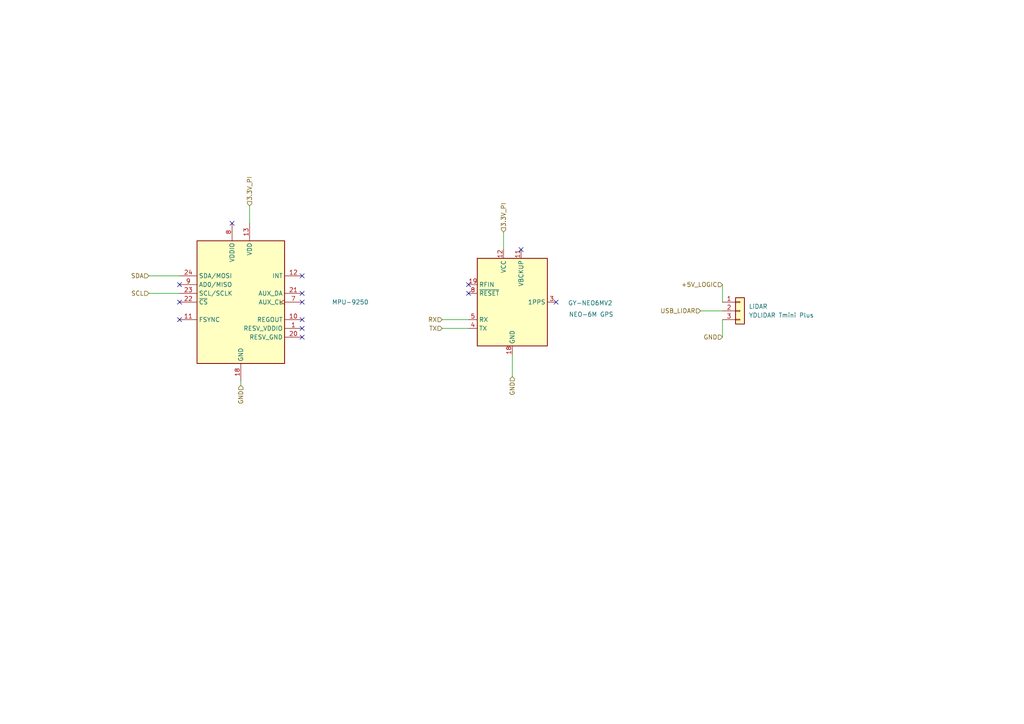
<source format=kicad_sch>
(kicad_sch
	(version 20250114)
	(generator "eeschema")
	(generator_version "9.0")
	(uuid "3a4c3d76-f417-4b4d-b818-219cecbe9901")
	(paper "A4")
	(lib_symbols
		(symbol "Connector_Generic:Conn_01x03"
			(pin_names
				(offset 1.016)
				(hide yes)
			)
			(exclude_from_sim no)
			(in_bom yes)
			(on_board yes)
			(property "Reference" "J"
				(at 0 5.08 0)
				(effects
					(font
						(size 1.27 1.27)
					)
				)
			)
			(property "Value" "Conn_01x03"
				(at 0 -5.08 0)
				(effects
					(font
						(size 1.27 1.27)
					)
				)
			)
			(property "Footprint" ""
				(at 0 0 0)
				(effects
					(font
						(size 1.27 1.27)
					)
					(hide yes)
				)
			)
			(property "Datasheet" "~"
				(at 0 0 0)
				(effects
					(font
						(size 1.27 1.27)
					)
					(hide yes)
				)
			)
			(property "Description" "Generic connector, single row, 01x03, script generated (kicad-library-utils/schlib/autogen/connector/)"
				(at 0 0 0)
				(effects
					(font
						(size 1.27 1.27)
					)
					(hide yes)
				)
			)
			(property "ki_keywords" "connector"
				(at 0 0 0)
				(effects
					(font
						(size 1.27 1.27)
					)
					(hide yes)
				)
			)
			(property "ki_fp_filters" "Connector*:*_1x??_*"
				(at 0 0 0)
				(effects
					(font
						(size 1.27 1.27)
					)
					(hide yes)
				)
			)
			(symbol "Conn_01x03_1_1"
				(rectangle
					(start -1.27 3.81)
					(end 1.27 -3.81)
					(stroke
						(width 0.254)
						(type default)
					)
					(fill
						(type background)
					)
				)
				(rectangle
					(start -1.27 2.667)
					(end 0 2.413)
					(stroke
						(width 0.1524)
						(type default)
					)
					(fill
						(type none)
					)
				)
				(rectangle
					(start -1.27 0.127)
					(end 0 -0.127)
					(stroke
						(width 0.1524)
						(type default)
					)
					(fill
						(type none)
					)
				)
				(rectangle
					(start -1.27 -2.413)
					(end 0 -2.667)
					(stroke
						(width 0.1524)
						(type default)
					)
					(fill
						(type none)
					)
				)
				(pin passive line
					(at -5.08 2.54 0)
					(length 3.81)
					(name "Pin_1"
						(effects
							(font
								(size 1.27 1.27)
							)
						)
					)
					(number "1"
						(effects
							(font
								(size 1.27 1.27)
							)
						)
					)
				)
				(pin passive line
					(at -5.08 0 0)
					(length 3.81)
					(name "Pin_2"
						(effects
							(font
								(size 1.27 1.27)
							)
						)
					)
					(number "2"
						(effects
							(font
								(size 1.27 1.27)
							)
						)
					)
				)
				(pin passive line
					(at -5.08 -2.54 0)
					(length 3.81)
					(name "Pin_3"
						(effects
							(font
								(size 1.27 1.27)
							)
						)
					)
					(number "3"
						(effects
							(font
								(size 1.27 1.27)
							)
						)
					)
				)
			)
			(embedded_fonts no)
		)
		(symbol "RF_GPS:RXM-GPS-FM"
			(exclude_from_sim no)
			(in_bom yes)
			(on_board yes)
			(property "Reference" "U"
				(at -7.62 13.97 0)
				(effects
					(font
						(size 1.27 1.27)
					)
					(justify right)
				)
			)
			(property "Value" "RXM-GPS-FM"
				(at 17.78 13.97 0)
				(effects
					(font
						(size 1.27 1.27)
					)
					(justify right)
				)
			)
			(property "Footprint" "RF_GPS:Linx_RXM-GPS"
				(at 12.7 -13.97 0)
				(effects
					(font
						(size 1.27 1.27)
					)
					(hide yes)
				)
			)
			(property "Datasheet" "https://linxtechnologies.com/wp/wp-content/uploads/rxm-gps-fm.pdf"
				(at 7.62 -7.62 0)
				(effects
					(font
						(size 1.27 1.27)
					)
					(hide yes)
				)
			)
			(property "Description" "Module GPS Low Power, 14mA tracking, 22 channels"
				(at 0 0 0)
				(effects
					(font
						(size 1.27 1.27)
					)
					(hide yes)
				)
			)
			(property "ki_keywords" "gps low-power"
				(at 0 0 0)
				(effects
					(font
						(size 1.27 1.27)
					)
					(hide yes)
				)
			)
			(property "ki_fp_filters" "Linx*RXM?GPS*"
				(at 0 0 0)
				(effects
					(font
						(size 1.27 1.27)
					)
					(hide yes)
				)
			)
			(symbol "RXM-GPS-FM_0_1"
				(rectangle
					(start 10.16 -12.7)
					(end -10.16 12.7)
					(stroke
						(width 0.254)
						(type default)
					)
					(fill
						(type background)
					)
				)
			)
			(symbol "RXM-GPS-FM_1_1"
				(pin input line
					(at -12.7 5.08 0)
					(length 2.54)
					(name "RFIN"
						(effects
							(font
								(size 1.27 1.27)
							)
						)
					)
					(number "19"
						(effects
							(font
								(size 1.27 1.27)
							)
						)
					)
				)
				(pin input line
					(at -12.7 2.54 0)
					(length 2.54)
					(name "~{RESET}"
						(effects
							(font
								(size 1.27 1.27)
							)
						)
					)
					(number "8"
						(effects
							(font
								(size 1.27 1.27)
							)
						)
					)
				)
				(pin input line
					(at -12.7 -5.08 0)
					(length 2.54)
					(name "RX"
						(effects
							(font
								(size 1.27 1.27)
							)
						)
					)
					(number "5"
						(effects
							(font
								(size 1.27 1.27)
							)
						)
					)
				)
				(pin output line
					(at -12.7 -7.62 0)
					(length 2.54)
					(name "TX"
						(effects
							(font
								(size 1.27 1.27)
							)
						)
					)
					(number "4"
						(effects
							(font
								(size 1.27 1.27)
							)
						)
					)
				)
				(pin no_connect line
					(at -10.16 10.16 0)
					(length 2.54)
					(hide yes)
					(name "NC"
						(effects
							(font
								(size 1.27 1.27)
							)
						)
					)
					(number "1"
						(effects
							(font
								(size 1.27 1.27)
							)
						)
					)
				)
				(pin no_connect line
					(at -10.16 7.62 0)
					(length 2.54)
					(hide yes)
					(name "NC"
						(effects
							(font
								(size 1.27 1.27)
							)
						)
					)
					(number "2"
						(effects
							(font
								(size 1.27 1.27)
							)
						)
					)
				)
				(pin no_connect line
					(at -10.16 0 0)
					(length 2.54)
					(hide yes)
					(name "NC"
						(effects
							(font
								(size 1.27 1.27)
							)
						)
					)
					(number "6"
						(effects
							(font
								(size 1.27 1.27)
							)
						)
					)
				)
				(pin no_connect line
					(at -10.16 -2.54 0)
					(length 2.54)
					(hide yes)
					(name "NC"
						(effects
							(font
								(size 1.27 1.27)
							)
						)
					)
					(number "7"
						(effects
							(font
								(size 1.27 1.27)
							)
						)
					)
				)
				(pin no_connect line
					(at -10.16 -10.16 0)
					(length 2.54)
					(hide yes)
					(name "NC"
						(effects
							(font
								(size 1.27 1.27)
							)
						)
					)
					(number "9"
						(effects
							(font
								(size 1.27 1.27)
							)
						)
					)
				)
				(pin power_in line
					(at -2.54 15.24 270)
					(length 2.54)
					(name "VCC"
						(effects
							(font
								(size 1.27 1.27)
							)
						)
					)
					(number "12"
						(effects
							(font
								(size 1.27 1.27)
							)
						)
					)
				)
				(pin power_in line
					(at 0 -15.24 90)
					(length 2.54)
					(name "GND"
						(effects
							(font
								(size 1.27 1.27)
							)
						)
					)
					(number "18"
						(effects
							(font
								(size 1.27 1.27)
							)
						)
					)
				)
				(pin passive line
					(at 0 -15.24 90)
					(length 2.54)
					(hide yes)
					(name "GND"
						(effects
							(font
								(size 1.27 1.27)
							)
						)
					)
					(number "20"
						(effects
							(font
								(size 1.27 1.27)
							)
						)
					)
				)
				(pin passive line
					(at 0 -15.24 90)
					(length 2.54)
					(hide yes)
					(name "GND"
						(effects
							(font
								(size 1.27 1.27)
							)
						)
					)
					(number "21"
						(effects
							(font
								(size 1.27 1.27)
							)
						)
					)
				)
				(pin passive line
					(at 0 -15.24 90)
					(length 2.54)
					(hide yes)
					(name "GND"
						(effects
							(font
								(size 1.27 1.27)
							)
						)
					)
					(number "22"
						(effects
							(font
								(size 1.27 1.27)
							)
						)
					)
				)
				(pin power_in line
					(at 2.54 15.24 270)
					(length 2.54)
					(name "VBCKUP"
						(effects
							(font
								(size 1.27 1.27)
							)
						)
					)
					(number "11"
						(effects
							(font
								(size 1.27 1.27)
							)
						)
					)
				)
				(pin no_connect line
					(at 10.16 10.16 180)
					(length 2.54)
					(hide yes)
					(name "NC"
						(effects
							(font
								(size 1.27 1.27)
							)
						)
					)
					(number "10"
						(effects
							(font
								(size 1.27 1.27)
							)
						)
					)
				)
				(pin no_connect line
					(at 10.16 7.62 180)
					(length 2.54)
					(hide yes)
					(name "NC"
						(effects
							(font
								(size 1.27 1.27)
							)
						)
					)
					(number "13"
						(effects
							(font
								(size 1.27 1.27)
							)
						)
					)
				)
				(pin no_connect line
					(at 10.16 5.08 180)
					(length 2.54)
					(hide yes)
					(name "NC"
						(effects
							(font
								(size 1.27 1.27)
							)
						)
					)
					(number "14"
						(effects
							(font
								(size 1.27 1.27)
							)
						)
					)
				)
				(pin no_connect line
					(at 10.16 2.54 180)
					(length 2.54)
					(hide yes)
					(name "NC"
						(effects
							(font
								(size 1.27 1.27)
							)
						)
					)
					(number "15"
						(effects
							(font
								(size 1.27 1.27)
							)
						)
					)
				)
				(pin no_connect line
					(at 10.16 -2.54 180)
					(length 2.54)
					(hide yes)
					(name "NC"
						(effects
							(font
								(size 1.27 1.27)
							)
						)
					)
					(number "16"
						(effects
							(font
								(size 1.27 1.27)
							)
						)
					)
				)
				(pin output line
					(at 12.7 0 180)
					(length 2.54)
					(name "1PPS"
						(effects
							(font
								(size 1.27 1.27)
							)
						)
					)
					(number "3"
						(effects
							(font
								(size 1.27 1.27)
							)
						)
					)
				)
			)
			(embedded_fonts no)
		)
		(symbol "Sensor_Motion:MPU-9250"
			(exclude_from_sim no)
			(in_bom yes)
			(on_board yes)
			(property "Reference" "U"
				(at -11.43 19.05 0)
				(effects
					(font
						(size 1.27 1.27)
					)
				)
			)
			(property "Value" "MPU-9250"
				(at 7.62 -19.05 0)
				(effects
					(font
						(size 1.27 1.27)
					)
				)
			)
			(property "Footprint" "Sensor_Motion:InvenSense_QFN-24_3x3mm_P0.4mm"
				(at 0 -25.4 0)
				(effects
					(font
						(size 1.27 1.27)
					)
					(hide yes)
				)
			)
			(property "Datasheet" "https://invensense.tdk.com/wp-content/uploads/2015/02/PS-MPU-9250A-01-v1.1.pdf"
				(at 0 -3.81 0)
				(effects
					(font
						(size 1.27 1.27)
					)
					(hide yes)
				)
			)
			(property "Description" "InvenSense 9-Axis Motion Sensor, Accelerometer, Gyroscope, Compass, I2C/SPI"
				(at 0 0 0)
				(effects
					(font
						(size 1.27 1.27)
					)
					(hide yes)
				)
			)
			(property "ki_keywords" "mems magnetometer"
				(at 0 0 0)
				(effects
					(font
						(size 1.27 1.27)
					)
					(hide yes)
				)
			)
			(property "ki_fp_filters" "*QFN?24*3x3mm*P0.4mm*"
				(at 0 0 0)
				(effects
					(font
						(size 1.27 1.27)
					)
					(hide yes)
				)
			)
			(symbol "MPU-9250_0_1"
				(rectangle
					(start -12.7 17.78)
					(end 12.7 -17.78)
					(stroke
						(width 0.254)
						(type default)
					)
					(fill
						(type background)
					)
				)
			)
			(symbol "MPU-9250_1_1"
				(pin bidirectional line
					(at -17.78 7.62 0)
					(length 5.08)
					(name "SDA/MOSI"
						(effects
							(font
								(size 1.27 1.27)
							)
						)
					)
					(number "24"
						(effects
							(font
								(size 1.27 1.27)
							)
						)
					)
				)
				(pin bidirectional line
					(at -17.78 5.08 0)
					(length 5.08)
					(name "AD0/MISO"
						(effects
							(font
								(size 1.27 1.27)
							)
						)
					)
					(number "9"
						(effects
							(font
								(size 1.27 1.27)
							)
						)
					)
				)
				(pin input line
					(at -17.78 2.54 0)
					(length 5.08)
					(name "SCL/SCLK"
						(effects
							(font
								(size 1.27 1.27)
							)
						)
					)
					(number "23"
						(effects
							(font
								(size 1.27 1.27)
							)
						)
					)
				)
				(pin input line
					(at -17.78 0 0)
					(length 5.08)
					(name "~{CS}"
						(effects
							(font
								(size 1.27 1.27)
							)
						)
					)
					(number "22"
						(effects
							(font
								(size 1.27 1.27)
							)
						)
					)
				)
				(pin input line
					(at -17.78 -5.08 0)
					(length 5.08)
					(name "FSYNC"
						(effects
							(font
								(size 1.27 1.27)
							)
						)
					)
					(number "11"
						(effects
							(font
								(size 1.27 1.27)
							)
						)
					)
				)
				(pin power_in line
					(at -2.54 22.86 270)
					(length 5.08)
					(name "VDDIO"
						(effects
							(font
								(size 1.27 1.27)
							)
						)
					)
					(number "8"
						(effects
							(font
								(size 1.27 1.27)
							)
						)
					)
				)
				(pin power_in line
					(at 0 -22.86 90)
					(length 5.08)
					(name "GND"
						(effects
							(font
								(size 1.27 1.27)
							)
						)
					)
					(number "18"
						(effects
							(font
								(size 1.27 1.27)
							)
						)
					)
				)
				(pin power_in line
					(at 2.54 22.86 270)
					(length 5.08)
					(name "VDD"
						(effects
							(font
								(size 1.27 1.27)
							)
						)
					)
					(number "13"
						(effects
							(font
								(size 1.27 1.27)
							)
						)
					)
				)
				(pin output line
					(at 17.78 7.62 180)
					(length 5.08)
					(name "INT"
						(effects
							(font
								(size 1.27 1.27)
							)
						)
					)
					(number "12"
						(effects
							(font
								(size 1.27 1.27)
							)
						)
					)
				)
				(pin bidirectional line
					(at 17.78 2.54 180)
					(length 5.08)
					(name "AUX_DA"
						(effects
							(font
								(size 1.27 1.27)
							)
						)
					)
					(number "21"
						(effects
							(font
								(size 1.27 1.27)
							)
						)
					)
				)
				(pin output clock
					(at 17.78 0 180)
					(length 5.08)
					(name "AUX_CL"
						(effects
							(font
								(size 1.27 1.27)
							)
						)
					)
					(number "7"
						(effects
							(font
								(size 1.27 1.27)
							)
						)
					)
				)
				(pin passive line
					(at 17.78 -5.08 180)
					(length 5.08)
					(name "REGOUT"
						(effects
							(font
								(size 1.27 1.27)
							)
						)
					)
					(number "10"
						(effects
							(font
								(size 1.27 1.27)
							)
						)
					)
				)
				(pin input line
					(at 17.78 -7.62 180)
					(length 5.08)
					(name "RESV_VDDIO"
						(effects
							(font
								(size 1.27 1.27)
							)
						)
					)
					(number "1"
						(effects
							(font
								(size 1.27 1.27)
							)
						)
					)
				)
				(pin power_in line
					(at 17.78 -10.16 180)
					(length 5.08)
					(name "RESV_GND"
						(effects
							(font
								(size 1.27 1.27)
							)
						)
					)
					(number "20"
						(effects
							(font
								(size 1.27 1.27)
							)
						)
					)
				)
			)
			(embedded_fonts no)
		)
	)
	(no_connect
		(at 52.07 87.63)
		(uuid "186d216d-86cb-4f5a-bf0a-20993e16118d")
	)
	(no_connect
		(at 161.29 87.63)
		(uuid "37114e77-c1c8-4717-9683-102a820efe27")
	)
	(no_connect
		(at 52.07 82.55)
		(uuid "4b4da7bf-1888-44d5-9b51-a43efa0e7cb5")
	)
	(no_connect
		(at 67.31 64.77)
		(uuid "673eb085-e583-40e9-ac0c-de99263f90ec")
	)
	(no_connect
		(at 87.63 87.63)
		(uuid "6acfad87-76c3-46ba-a7fb-db94b4f75699")
	)
	(no_connect
		(at 135.89 85.09)
		(uuid "70b694bf-9c01-4997-af25-9919e5152e9b")
	)
	(no_connect
		(at 87.63 80.01)
		(uuid "aa42ae26-1022-4fa4-9fd8-40aadf7c21bb")
	)
	(no_connect
		(at 87.63 85.09)
		(uuid "aebae312-a560-468f-8eeb-69805b29805b")
	)
	(no_connect
		(at 135.89 82.55)
		(uuid "b7deb62a-f8a6-4499-835f-5d8f4d6216bb")
	)
	(no_connect
		(at 87.63 95.25)
		(uuid "c551e28a-75ed-44de-afd8-1f67ff7f3ae0")
	)
	(no_connect
		(at 87.63 97.79)
		(uuid "e6234485-eb11-4420-9de4-d478f9ea6bfc")
	)
	(no_connect
		(at 87.63 92.71)
		(uuid "e79e818d-7b15-4c31-ad58-8fadea9f53a6")
	)
	(no_connect
		(at 52.07 92.71)
		(uuid "f90f7706-04d1-4483-87a1-2756ba9417d7")
	)
	(no_connect
		(at 151.13 72.39)
		(uuid "fcba7fab-e475-4db5-a88f-7728e658ea2a")
	)
	(wire
		(pts
			(xy 128.27 92.71) (xy 135.89 92.71)
		)
		(stroke
			(width 0)
			(type default)
		)
		(uuid "08314f91-ef2e-458b-9a89-7c22d057cc52")
	)
	(wire
		(pts
			(xy 43.18 85.09) (xy 52.07 85.09)
		)
		(stroke
			(width 0)
			(type default)
		)
		(uuid "25da6e7f-2be9-4849-876c-ce287db28911")
	)
	(wire
		(pts
			(xy 128.27 95.25) (xy 135.89 95.25)
		)
		(stroke
			(width 0)
			(type default)
		)
		(uuid "3a1bc172-e604-4516-928b-a79bc6df4284")
	)
	(wire
		(pts
			(xy 72.39 59.69) (xy 72.39 64.77)
		)
		(stroke
			(width 0)
			(type default)
		)
		(uuid "3e921b95-e977-4db5-ad7d-0aca818325ff")
	)
	(wire
		(pts
			(xy 148.59 109.22) (xy 148.59 102.87)
		)
		(stroke
			(width 0)
			(type default)
		)
		(uuid "45c06158-6821-4e15-9745-951d0fe92481")
	)
	(wire
		(pts
			(xy 209.55 92.71) (xy 209.55 97.79)
		)
		(stroke
			(width 0)
			(type default)
		)
		(uuid "707b3114-8f3d-427b-92c9-d624385e7048")
	)
	(wire
		(pts
			(xy 43.18 80.01) (xy 52.07 80.01)
		)
		(stroke
			(width 0)
			(type default)
		)
		(uuid "7e39a6ad-cfb5-482f-ab4b-9383d025b1c9")
	)
	(wire
		(pts
			(xy 69.85 111.76) (xy 69.85 110.49)
		)
		(stroke
			(width 0)
			(type default)
		)
		(uuid "844d2bf1-0c17-49aa-9414-4be192c62de2")
	)
	(wire
		(pts
			(xy 209.55 82.55) (xy 209.55 87.63)
		)
		(stroke
			(width 0)
			(type default)
		)
		(uuid "8e4ae940-21e8-4dd5-af10-61a69ed385b4")
	)
	(wire
		(pts
			(xy 146.05 67.31) (xy 146.05 72.39)
		)
		(stroke
			(width 0)
			(type default)
		)
		(uuid "e0e9415d-da7a-4a0c-92ca-f938bc3b0732")
	)
	(wire
		(pts
			(xy 203.2 90.17) (xy 209.55 90.17)
		)
		(stroke
			(width 0)
			(type default)
		)
		(uuid "ecbf2d3e-5da0-4d4d-ae55-1f924bd46f88")
	)
	(hierarchical_label "USB_LIDAR"
		(shape input)
		(at 203.2 90.17 180)
		(effects
			(font
				(size 1.27 1.27)
			)
			(justify right)
		)
		(uuid "1e3fb47f-7a37-49db-b6a0-b7550a3689ab")
	)
	(hierarchical_label "SDA"
		(shape input)
		(at 43.18 80.01 180)
		(effects
			(font
				(size 1.27 1.27)
			)
			(justify right)
		)
		(uuid "2ff7a9b9-6f9d-4f70-b43e-b335088a1d84")
	)
	(hierarchical_label "GND"
		(shape input)
		(at 209.55 97.79 180)
		(effects
			(font
				(size 1.27 1.27)
			)
			(justify right)
		)
		(uuid "3122aa67-bb02-4a2e-8eef-e0af9b5ec7e6")
	)
	(hierarchical_label "TX"
		(shape input)
		(at 128.27 95.25 180)
		(effects
			(font
				(size 1.27 1.27)
			)
			(justify right)
		)
		(uuid "3fd065f8-4d65-45f2-a271-e9b3fce4c96f")
	)
	(hierarchical_label "RX"
		(shape input)
		(at 128.27 92.71 180)
		(effects
			(font
				(size 1.27 1.27)
			)
			(justify right)
		)
		(uuid "535d3bc0-683a-4558-9a43-e477a4f23c6c")
	)
	(hierarchical_label "+5V_LOGIC"
		(shape input)
		(at 209.55 82.55 180)
		(effects
			(font
				(size 1.27 1.27)
			)
			(justify right)
		)
		(uuid "60acf86c-9f16-4d6f-a6a3-f98970bd765d")
	)
	(hierarchical_label "GND"
		(shape input)
		(at 148.59 109.22 270)
		(effects
			(font
				(size 1.27 1.27)
			)
			(justify right)
		)
		(uuid "66ac7a61-b6b1-4d68-9b45-cef84dd996ea")
	)
	(hierarchical_label "3.3V_PI"
		(shape input)
		(at 146.05 67.31 90)
		(effects
			(font
				(size 1.27 1.27)
			)
			(justify left)
		)
		(uuid "6cf75a79-1b22-4bce-8c17-f148d7d7084d")
	)
	(hierarchical_label "GND"
		(shape input)
		(at 69.85 111.76 270)
		(effects
			(font
				(size 1.27 1.27)
			)
			(justify right)
		)
		(uuid "84768134-564d-4fe9-af08-220208602de1")
	)
	(hierarchical_label "3.3V_PI"
		(shape input)
		(at 72.39 59.69 90)
		(effects
			(font
				(size 1.27 1.27)
			)
			(justify left)
		)
		(uuid "cd31a6e8-ba33-43aa-aa80-3c5cccd80b9b")
	)
	(hierarchical_label "SCL"
		(shape input)
		(at 43.18 85.09 180)
		(effects
			(font
				(size 1.27 1.27)
			)
			(justify right)
		)
		(uuid "e36277ac-16f6-4262-93b1-bf82b7815b07")
	)
	(symbol
		(lib_id "Connector_Generic:Conn_01x03")
		(at 214.63 90.17 0)
		(unit 1)
		(exclude_from_sim no)
		(in_bom yes)
		(on_board yes)
		(dnp no)
		(fields_autoplaced yes)
		(uuid "3ffb5d77-d47c-480a-b97a-f3fb2877023a")
		(property "Reference" "LiDAR"
			(at 217.17 88.8999 0)
			(effects
				(font
					(size 1.27 1.27)
				)
				(justify left)
			)
		)
		(property "Value" "YDLIDAR Tmini Plus"
			(at 217.17 91.4399 0)
			(effects
				(font
					(size 1.27 1.27)
				)
				(justify left)
			)
		)
		(property "Footprint" ""
			(at 214.63 90.17 0)
			(effects
				(font
					(size 1.27 1.27)
				)
				(hide yes)
			)
		)
		(property "Datasheet" "~"
			(at 214.63 90.17 0)
			(effects
				(font
					(size 1.27 1.27)
				)
				(hide yes)
			)
		)
		(property "Description" "Generic connector, single row, 01x03, script generated (kicad-library-utils/schlib/autogen/connector/)"
			(at 214.63 90.17 0)
			(effects
				(font
					(size 1.27 1.27)
				)
				(hide yes)
			)
		)
		(pin "1"
			(uuid "12abd467-59d6-4154-9778-37a52d639a03")
		)
		(pin "3"
			(uuid "8b8e9bd3-06a6-45e0-aec8-54793a9f55a3")
		)
		(pin "2"
			(uuid "dda80a3c-83de-43b7-8780-07d016865ac9")
		)
		(instances
			(project ""
				(path "/8b628cf2-f5c8-4ee4-ba10-6a5a6149387b/2488c2aa-fee3-43ff-8c92-742d9f659413"
					(reference "LiDAR")
					(unit 1)
				)
			)
		)
	)
	(symbol
		(lib_id "Sensor_Motion:MPU-9250")
		(at 69.85 87.63 0)
		(unit 1)
		(exclude_from_sim no)
		(in_bom yes)
		(on_board yes)
		(dnp no)
		(uuid "ce3a89c2-408d-4579-b8c4-9fd1e9163474")
		(property "Reference" "U1"
			(at 71.9933 107.95 0)
			(effects
				(font
					(size 1.27 1.27)
				)
				(justify left)
				(hide yes)
			)
		)
		(property "Value" "MPU-9250"
			(at 96.266 87.63 0)
			(effects
				(font
					(size 1.27 1.27)
				)
				(justify left)
			)
		)
		(property "Footprint" "Sensor_Motion:InvenSense_QFN-24_3x3mm_P0.4mm"
			(at 69.85 113.03 0)
			(effects
				(font
					(size 1.27 1.27)
				)
				(hide yes)
			)
		)
		(property "Datasheet" "https://invensense.tdk.com/wp-content/uploads/2015/02/PS-MPU-9250A-01-v1.1.pdf"
			(at 69.85 91.44 0)
			(effects
				(font
					(size 1.27 1.27)
				)
				(hide yes)
			)
		)
		(property "Description" "InvenSense 9-Axis Motion Sensor, Accelerometer, Gyroscope, Compass, I2C/SPI"
			(at 69.85 87.63 0)
			(effects
				(font
					(size 1.27 1.27)
				)
				(hide yes)
			)
		)
		(pin "8"
			(uuid "f26271d0-5244-4898-9877-151e7becea50")
		)
		(pin "11"
			(uuid "a17309ae-76e3-42fe-b4fa-6e386f592ddb")
		)
		(pin "20"
			(uuid "32209d03-478f-4c7c-ba4a-20fca4414dd9")
		)
		(pin "21"
			(uuid "d9fc2818-1188-4cf8-b317-b1809a45137f")
		)
		(pin "24"
			(uuid "b696e3f9-d125-430f-a73a-bd53efe736d1")
		)
		(pin "22"
			(uuid "0908727c-f455-498e-abd9-949a1c6ed47d")
		)
		(pin "23"
			(uuid "e5f4b49a-723f-4a22-844a-da1ce4611e08")
		)
		(pin "9"
			(uuid "eaeb37f9-c0df-413c-bcc5-77ef8892babf")
		)
		(pin "18"
			(uuid "75d20952-ed69-405b-8db2-bceac0f9fcd0")
		)
		(pin "12"
			(uuid "58d57849-70ce-4584-a889-43ac3962bf64")
		)
		(pin "1"
			(uuid "a4460f54-a813-4f77-9048-459732cda206")
		)
		(pin "7"
			(uuid "aeb09f6a-3702-411f-965c-021405269666")
		)
		(pin "10"
			(uuid "d1ef4e9e-21eb-4a39-8357-c2864f6e5397")
		)
		(pin "13"
			(uuid "5c0401fc-2c29-4361-9240-bf4dcb74b19c")
		)
		(instances
			(project ""
				(path "/8b628cf2-f5c8-4ee4-ba10-6a5a6149387b/2488c2aa-fee3-43ff-8c92-742d9f659413"
					(reference "U1")
					(unit 1)
				)
			)
		)
	)
	(symbol
		(lib_id "RF_GPS:RXM-GPS-FM")
		(at 148.59 87.63 0)
		(unit 1)
		(exclude_from_sim no)
		(in_bom yes)
		(on_board yes)
		(dnp no)
		(uuid "e7dab41e-4289-439f-86e8-42c3206a6bc4")
		(property "Reference" "GY-NEO6MV2"
			(at 171.196 87.884 0)
			(effects
				(font
					(size 1.27 1.27)
				)
			)
		)
		(property "Value" "NEO-6M GPS"
			(at 171.45 91.186 0)
			(effects
				(font
					(size 1.27 1.27)
				)
			)
		)
		(property "Footprint" "RF_GPS:Linx_RXM-GPS"
			(at 161.29 101.6 0)
			(effects
				(font
					(size 1.27 1.27)
				)
				(hide yes)
			)
		)
		(property "Datasheet" "https://linxtechnologies.com/wp/wp-content/uploads/rxm-gps-fm.pdf"
			(at 156.21 95.25 0)
			(effects
				(font
					(size 1.27 1.27)
				)
				(hide yes)
			)
		)
		(property "Description" "Module GPS Low Power, 14mA tracking, 22 channels"
			(at 148.59 87.63 0)
			(effects
				(font
					(size 1.27 1.27)
				)
				(hide yes)
			)
		)
		(pin "12"
			(uuid "1f6c3607-2ffe-4cde-b920-beedaec56d28")
		)
		(pin "1"
			(uuid "ec538daf-b318-474b-8b26-b3780296f0e2")
		)
		(pin "9"
			(uuid "386e7752-352c-4f42-8dd4-ad5f6bc1d851")
		)
		(pin "4"
			(uuid "ee6c8d5e-b465-469f-a80d-7957909f0016")
		)
		(pin "21"
			(uuid "90789ef8-e333-4698-a64b-1d3466677b0d")
		)
		(pin "15"
			(uuid "681f789b-9eb3-497d-95a7-ab7e3d827544")
		)
		(pin "16"
			(uuid "e41ee525-8c54-45a2-a073-f37ba67be243")
		)
		(pin "2"
			(uuid "9fd41b4e-7897-4c3b-8c65-233423d1ab7d")
		)
		(pin "19"
			(uuid "61940d16-e19a-4a3f-99dd-d2109cd112a3")
		)
		(pin "8"
			(uuid "4f582288-6dc8-426c-931c-ee1829922642")
		)
		(pin "5"
			(uuid "7f4ef132-de85-4720-970f-adbe908cdbcb")
		)
		(pin "18"
			(uuid "9864513b-4235-4772-8b54-5b17557f9a06")
		)
		(pin "20"
			(uuid "ed26095f-25df-4c3d-8879-69628ecf39aa")
		)
		(pin "22"
			(uuid "a05592c4-b5d8-4ac2-b050-65ccf57768cb")
		)
		(pin "6"
			(uuid "c1995adc-252c-471c-8fab-37e78080838c")
		)
		(pin "13"
			(uuid "717455bc-0c1d-47f0-901a-007f4614c96b")
		)
		(pin "7"
			(uuid "f0e92a43-2314-4df6-a929-a3f3cdae2fe4")
		)
		(pin "10"
			(uuid "1f856234-f220-4a8a-8661-35e14ea55ebf")
		)
		(pin "14"
			(uuid "b9859c6f-84ee-4e11-85ae-eb0e65b3d8e2")
		)
		(pin "3"
			(uuid "a798deb4-256f-49d3-9b59-253c5cda1448")
		)
		(pin "11"
			(uuid "f47866cd-c0bf-4381-b395-8b2314ddf9fe")
		)
		(instances
			(project ""
				(path "/8b628cf2-f5c8-4ee4-ba10-6a5a6149387b/2488c2aa-fee3-43ff-8c92-742d9f659413"
					(reference "GY-NEO6MV2")
					(unit 1)
				)
			)
		)
	)
)

</source>
